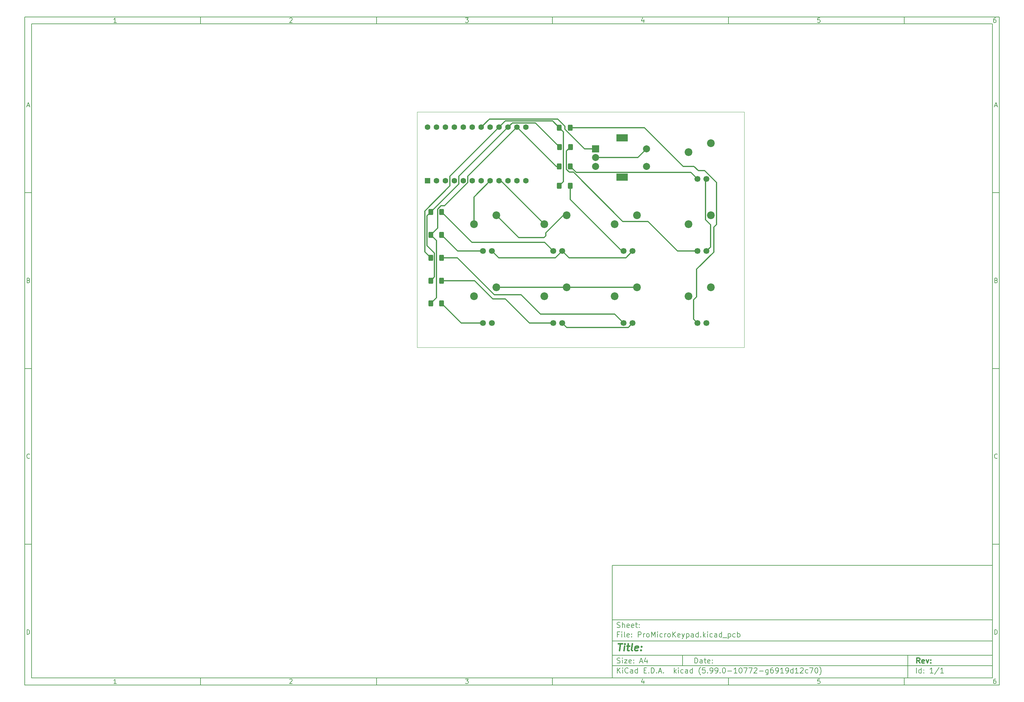
<source format=gbr>
%TF.GenerationSoftware,KiCad,Pcbnew,(5.99.0-10772-g6919d12c70)*%
%TF.CreationDate,2021-08-04T17:24:59+12:00*%
%TF.ProjectId,ProMicroKeypad,50726f4d-6963-4726-9f4b-65797061642e,rev?*%
%TF.SameCoordinates,Original*%
%TF.FileFunction,Copper,L1,Top*%
%TF.FilePolarity,Positive*%
%FSLAX46Y46*%
G04 Gerber Fmt 4.6, Leading zero omitted, Abs format (unit mm)*
G04 Created by KiCad (PCBNEW (5.99.0-10772-g6919d12c70)) date 2021-08-04 17:24:59*
%MOMM*%
%LPD*%
G01*
G04 APERTURE LIST*
G04 Aperture macros list*
%AMRoundRect*
0 Rectangle with rounded corners*
0 $1 Rounding radius*
0 $2 $3 $4 $5 $6 $7 $8 $9 X,Y pos of 4 corners*
0 Add a 4 corners polygon primitive as box body*
4,1,4,$2,$3,$4,$5,$6,$7,$8,$9,$2,$3,0*
0 Add four circle primitives for the rounded corners*
1,1,$1+$1,$2,$3*
1,1,$1+$1,$4,$5*
1,1,$1+$1,$6,$7*
1,1,$1+$1,$8,$9*
0 Add four rect primitives between the rounded corners*
20,1,$1+$1,$2,$3,$4,$5,0*
20,1,$1+$1,$4,$5,$6,$7,0*
20,1,$1+$1,$6,$7,$8,$9,0*
20,1,$1+$1,$8,$9,$2,$3,0*%
G04 Aperture macros list end*
%ADD10C,0.100000*%
%ADD11C,0.150000*%
%ADD12C,0.300000*%
%ADD13C,0.400000*%
%TA.AperFunction,Profile*%
%ADD14C,0.100000*%
%TD*%
%TA.AperFunction,ComponentPad*%
%ADD15C,2.200000*%
%TD*%
%TA.AperFunction,ComponentPad*%
%ADD16C,1.690600*%
%TD*%
%TA.AperFunction,SMDPad,CuDef*%
%ADD17RoundRect,0.250000X-0.400000X-0.625000X0.400000X-0.625000X0.400000X0.625000X-0.400000X0.625000X0*%
%TD*%
%TA.AperFunction,ComponentPad*%
%ADD18R,1.600000X1.600000*%
%TD*%
%TA.AperFunction,ComponentPad*%
%ADD19C,1.600000*%
%TD*%
%TA.AperFunction,ComponentPad*%
%ADD20R,2.000000X2.000000*%
%TD*%
%TA.AperFunction,ComponentPad*%
%ADD21C,2.000000*%
%TD*%
%TA.AperFunction,ComponentPad*%
%ADD22R,3.200000X2.000000*%
%TD*%
%TA.AperFunction,Conductor*%
%ADD23C,0.300000*%
%TD*%
G04 APERTURE END LIST*
D10*
D11*
X177002200Y-166007200D02*
X177002200Y-198007200D01*
X285002200Y-198007200D01*
X285002200Y-166007200D01*
X177002200Y-166007200D01*
D10*
D11*
X10000000Y-10000000D02*
X10000000Y-200007200D01*
X287002200Y-200007200D01*
X287002200Y-10000000D01*
X10000000Y-10000000D01*
D10*
D11*
X12000000Y-12000000D02*
X12000000Y-198007200D01*
X285002200Y-198007200D01*
X285002200Y-12000000D01*
X12000000Y-12000000D01*
D10*
D11*
X60000000Y-12000000D02*
X60000000Y-10000000D01*
D10*
D11*
X110000000Y-12000000D02*
X110000000Y-10000000D01*
D10*
D11*
X160000000Y-12000000D02*
X160000000Y-10000000D01*
D10*
D11*
X210000000Y-12000000D02*
X210000000Y-10000000D01*
D10*
D11*
X260000000Y-12000000D02*
X260000000Y-10000000D01*
D10*
D11*
X36065476Y-11588095D02*
X35322619Y-11588095D01*
X35694047Y-11588095D02*
X35694047Y-10288095D01*
X35570238Y-10473809D01*
X35446428Y-10597619D01*
X35322619Y-10659523D01*
D10*
D11*
X85322619Y-10411904D02*
X85384523Y-10350000D01*
X85508333Y-10288095D01*
X85817857Y-10288095D01*
X85941666Y-10350000D01*
X86003571Y-10411904D01*
X86065476Y-10535714D01*
X86065476Y-10659523D01*
X86003571Y-10845238D01*
X85260714Y-11588095D01*
X86065476Y-11588095D01*
D10*
D11*
X135260714Y-10288095D02*
X136065476Y-10288095D01*
X135632142Y-10783333D01*
X135817857Y-10783333D01*
X135941666Y-10845238D01*
X136003571Y-10907142D01*
X136065476Y-11030952D01*
X136065476Y-11340476D01*
X136003571Y-11464285D01*
X135941666Y-11526190D01*
X135817857Y-11588095D01*
X135446428Y-11588095D01*
X135322619Y-11526190D01*
X135260714Y-11464285D01*
D10*
D11*
X185941666Y-10721428D02*
X185941666Y-11588095D01*
X185632142Y-10226190D02*
X185322619Y-11154761D01*
X186127380Y-11154761D01*
D10*
D11*
X236003571Y-10288095D02*
X235384523Y-10288095D01*
X235322619Y-10907142D01*
X235384523Y-10845238D01*
X235508333Y-10783333D01*
X235817857Y-10783333D01*
X235941666Y-10845238D01*
X236003571Y-10907142D01*
X236065476Y-11030952D01*
X236065476Y-11340476D01*
X236003571Y-11464285D01*
X235941666Y-11526190D01*
X235817857Y-11588095D01*
X235508333Y-11588095D01*
X235384523Y-11526190D01*
X235322619Y-11464285D01*
D10*
D11*
X285941666Y-10288095D02*
X285694047Y-10288095D01*
X285570238Y-10350000D01*
X285508333Y-10411904D01*
X285384523Y-10597619D01*
X285322619Y-10845238D01*
X285322619Y-11340476D01*
X285384523Y-11464285D01*
X285446428Y-11526190D01*
X285570238Y-11588095D01*
X285817857Y-11588095D01*
X285941666Y-11526190D01*
X286003571Y-11464285D01*
X286065476Y-11340476D01*
X286065476Y-11030952D01*
X286003571Y-10907142D01*
X285941666Y-10845238D01*
X285817857Y-10783333D01*
X285570238Y-10783333D01*
X285446428Y-10845238D01*
X285384523Y-10907142D01*
X285322619Y-11030952D01*
D10*
D11*
X60000000Y-198007200D02*
X60000000Y-200007200D01*
D10*
D11*
X110000000Y-198007200D02*
X110000000Y-200007200D01*
D10*
D11*
X160000000Y-198007200D02*
X160000000Y-200007200D01*
D10*
D11*
X210000000Y-198007200D02*
X210000000Y-200007200D01*
D10*
D11*
X260000000Y-198007200D02*
X260000000Y-200007200D01*
D10*
D11*
X36065476Y-199595295D02*
X35322619Y-199595295D01*
X35694047Y-199595295D02*
X35694047Y-198295295D01*
X35570238Y-198481009D01*
X35446428Y-198604819D01*
X35322619Y-198666723D01*
D10*
D11*
X85322619Y-198419104D02*
X85384523Y-198357200D01*
X85508333Y-198295295D01*
X85817857Y-198295295D01*
X85941666Y-198357200D01*
X86003571Y-198419104D01*
X86065476Y-198542914D01*
X86065476Y-198666723D01*
X86003571Y-198852438D01*
X85260714Y-199595295D01*
X86065476Y-199595295D01*
D10*
D11*
X135260714Y-198295295D02*
X136065476Y-198295295D01*
X135632142Y-198790533D01*
X135817857Y-198790533D01*
X135941666Y-198852438D01*
X136003571Y-198914342D01*
X136065476Y-199038152D01*
X136065476Y-199347676D01*
X136003571Y-199471485D01*
X135941666Y-199533390D01*
X135817857Y-199595295D01*
X135446428Y-199595295D01*
X135322619Y-199533390D01*
X135260714Y-199471485D01*
D10*
D11*
X185941666Y-198728628D02*
X185941666Y-199595295D01*
X185632142Y-198233390D02*
X185322619Y-199161961D01*
X186127380Y-199161961D01*
D10*
D11*
X236003571Y-198295295D02*
X235384523Y-198295295D01*
X235322619Y-198914342D01*
X235384523Y-198852438D01*
X235508333Y-198790533D01*
X235817857Y-198790533D01*
X235941666Y-198852438D01*
X236003571Y-198914342D01*
X236065476Y-199038152D01*
X236065476Y-199347676D01*
X236003571Y-199471485D01*
X235941666Y-199533390D01*
X235817857Y-199595295D01*
X235508333Y-199595295D01*
X235384523Y-199533390D01*
X235322619Y-199471485D01*
D10*
D11*
X285941666Y-198295295D02*
X285694047Y-198295295D01*
X285570238Y-198357200D01*
X285508333Y-198419104D01*
X285384523Y-198604819D01*
X285322619Y-198852438D01*
X285322619Y-199347676D01*
X285384523Y-199471485D01*
X285446428Y-199533390D01*
X285570238Y-199595295D01*
X285817857Y-199595295D01*
X285941666Y-199533390D01*
X286003571Y-199471485D01*
X286065476Y-199347676D01*
X286065476Y-199038152D01*
X286003571Y-198914342D01*
X285941666Y-198852438D01*
X285817857Y-198790533D01*
X285570238Y-198790533D01*
X285446428Y-198852438D01*
X285384523Y-198914342D01*
X285322619Y-199038152D01*
D10*
D11*
X10000000Y-60000000D02*
X12000000Y-60000000D01*
D10*
D11*
X10000000Y-110000000D02*
X12000000Y-110000000D01*
D10*
D11*
X10000000Y-160000000D02*
X12000000Y-160000000D01*
D10*
D11*
X10690476Y-35216666D02*
X11309523Y-35216666D01*
X10566666Y-35588095D02*
X11000000Y-34288095D01*
X11433333Y-35588095D01*
D10*
D11*
X11092857Y-84907142D02*
X11278571Y-84969047D01*
X11340476Y-85030952D01*
X11402380Y-85154761D01*
X11402380Y-85340476D01*
X11340476Y-85464285D01*
X11278571Y-85526190D01*
X11154761Y-85588095D01*
X10659523Y-85588095D01*
X10659523Y-84288095D01*
X11092857Y-84288095D01*
X11216666Y-84350000D01*
X11278571Y-84411904D01*
X11340476Y-84535714D01*
X11340476Y-84659523D01*
X11278571Y-84783333D01*
X11216666Y-84845238D01*
X11092857Y-84907142D01*
X10659523Y-84907142D01*
D10*
D11*
X11402380Y-135464285D02*
X11340476Y-135526190D01*
X11154761Y-135588095D01*
X11030952Y-135588095D01*
X10845238Y-135526190D01*
X10721428Y-135402380D01*
X10659523Y-135278571D01*
X10597619Y-135030952D01*
X10597619Y-134845238D01*
X10659523Y-134597619D01*
X10721428Y-134473809D01*
X10845238Y-134350000D01*
X11030952Y-134288095D01*
X11154761Y-134288095D01*
X11340476Y-134350000D01*
X11402380Y-134411904D01*
D10*
D11*
X10659523Y-185588095D02*
X10659523Y-184288095D01*
X10969047Y-184288095D01*
X11154761Y-184350000D01*
X11278571Y-184473809D01*
X11340476Y-184597619D01*
X11402380Y-184845238D01*
X11402380Y-185030952D01*
X11340476Y-185278571D01*
X11278571Y-185402380D01*
X11154761Y-185526190D01*
X10969047Y-185588095D01*
X10659523Y-185588095D01*
D10*
D11*
X287002200Y-60000000D02*
X285002200Y-60000000D01*
D10*
D11*
X287002200Y-110000000D02*
X285002200Y-110000000D01*
D10*
D11*
X287002200Y-160000000D02*
X285002200Y-160000000D01*
D10*
D11*
X285692676Y-35216666D02*
X286311723Y-35216666D01*
X285568866Y-35588095D02*
X286002200Y-34288095D01*
X286435533Y-35588095D01*
D10*
D11*
X286095057Y-84907142D02*
X286280771Y-84969047D01*
X286342676Y-85030952D01*
X286404580Y-85154761D01*
X286404580Y-85340476D01*
X286342676Y-85464285D01*
X286280771Y-85526190D01*
X286156961Y-85588095D01*
X285661723Y-85588095D01*
X285661723Y-84288095D01*
X286095057Y-84288095D01*
X286218866Y-84350000D01*
X286280771Y-84411904D01*
X286342676Y-84535714D01*
X286342676Y-84659523D01*
X286280771Y-84783333D01*
X286218866Y-84845238D01*
X286095057Y-84907142D01*
X285661723Y-84907142D01*
D10*
D11*
X286404580Y-135464285D02*
X286342676Y-135526190D01*
X286156961Y-135588095D01*
X286033152Y-135588095D01*
X285847438Y-135526190D01*
X285723628Y-135402380D01*
X285661723Y-135278571D01*
X285599819Y-135030952D01*
X285599819Y-134845238D01*
X285661723Y-134597619D01*
X285723628Y-134473809D01*
X285847438Y-134350000D01*
X286033152Y-134288095D01*
X286156961Y-134288095D01*
X286342676Y-134350000D01*
X286404580Y-134411904D01*
D10*
D11*
X285661723Y-185588095D02*
X285661723Y-184288095D01*
X285971247Y-184288095D01*
X286156961Y-184350000D01*
X286280771Y-184473809D01*
X286342676Y-184597619D01*
X286404580Y-184845238D01*
X286404580Y-185030952D01*
X286342676Y-185278571D01*
X286280771Y-185402380D01*
X286156961Y-185526190D01*
X285971247Y-185588095D01*
X285661723Y-185588095D01*
D10*
D11*
X200434342Y-193785771D02*
X200434342Y-192285771D01*
X200791485Y-192285771D01*
X201005771Y-192357200D01*
X201148628Y-192500057D01*
X201220057Y-192642914D01*
X201291485Y-192928628D01*
X201291485Y-193142914D01*
X201220057Y-193428628D01*
X201148628Y-193571485D01*
X201005771Y-193714342D01*
X200791485Y-193785771D01*
X200434342Y-193785771D01*
X202577200Y-193785771D02*
X202577200Y-193000057D01*
X202505771Y-192857200D01*
X202362914Y-192785771D01*
X202077200Y-192785771D01*
X201934342Y-192857200D01*
X202577200Y-193714342D02*
X202434342Y-193785771D01*
X202077200Y-193785771D01*
X201934342Y-193714342D01*
X201862914Y-193571485D01*
X201862914Y-193428628D01*
X201934342Y-193285771D01*
X202077200Y-193214342D01*
X202434342Y-193214342D01*
X202577200Y-193142914D01*
X203077200Y-192785771D02*
X203648628Y-192785771D01*
X203291485Y-192285771D02*
X203291485Y-193571485D01*
X203362914Y-193714342D01*
X203505771Y-193785771D01*
X203648628Y-193785771D01*
X204720057Y-193714342D02*
X204577200Y-193785771D01*
X204291485Y-193785771D01*
X204148628Y-193714342D01*
X204077200Y-193571485D01*
X204077200Y-193000057D01*
X204148628Y-192857200D01*
X204291485Y-192785771D01*
X204577200Y-192785771D01*
X204720057Y-192857200D01*
X204791485Y-193000057D01*
X204791485Y-193142914D01*
X204077200Y-193285771D01*
X205434342Y-193642914D02*
X205505771Y-193714342D01*
X205434342Y-193785771D01*
X205362914Y-193714342D01*
X205434342Y-193642914D01*
X205434342Y-193785771D01*
X205434342Y-192857200D02*
X205505771Y-192928628D01*
X205434342Y-193000057D01*
X205362914Y-192928628D01*
X205434342Y-192857200D01*
X205434342Y-193000057D01*
D10*
D11*
X177002200Y-194507200D02*
X285002200Y-194507200D01*
D10*
D11*
X178434342Y-196585771D02*
X178434342Y-195085771D01*
X179291485Y-196585771D02*
X178648628Y-195728628D01*
X179291485Y-195085771D02*
X178434342Y-195942914D01*
X179934342Y-196585771D02*
X179934342Y-195585771D01*
X179934342Y-195085771D02*
X179862914Y-195157200D01*
X179934342Y-195228628D01*
X180005771Y-195157200D01*
X179934342Y-195085771D01*
X179934342Y-195228628D01*
X181505771Y-196442914D02*
X181434342Y-196514342D01*
X181220057Y-196585771D01*
X181077200Y-196585771D01*
X180862914Y-196514342D01*
X180720057Y-196371485D01*
X180648628Y-196228628D01*
X180577200Y-195942914D01*
X180577200Y-195728628D01*
X180648628Y-195442914D01*
X180720057Y-195300057D01*
X180862914Y-195157200D01*
X181077200Y-195085771D01*
X181220057Y-195085771D01*
X181434342Y-195157200D01*
X181505771Y-195228628D01*
X182791485Y-196585771D02*
X182791485Y-195800057D01*
X182720057Y-195657200D01*
X182577200Y-195585771D01*
X182291485Y-195585771D01*
X182148628Y-195657200D01*
X182791485Y-196514342D02*
X182648628Y-196585771D01*
X182291485Y-196585771D01*
X182148628Y-196514342D01*
X182077200Y-196371485D01*
X182077200Y-196228628D01*
X182148628Y-196085771D01*
X182291485Y-196014342D01*
X182648628Y-196014342D01*
X182791485Y-195942914D01*
X184148628Y-196585771D02*
X184148628Y-195085771D01*
X184148628Y-196514342D02*
X184005771Y-196585771D01*
X183720057Y-196585771D01*
X183577200Y-196514342D01*
X183505771Y-196442914D01*
X183434342Y-196300057D01*
X183434342Y-195871485D01*
X183505771Y-195728628D01*
X183577200Y-195657200D01*
X183720057Y-195585771D01*
X184005771Y-195585771D01*
X184148628Y-195657200D01*
X186005771Y-195800057D02*
X186505771Y-195800057D01*
X186720057Y-196585771D02*
X186005771Y-196585771D01*
X186005771Y-195085771D01*
X186720057Y-195085771D01*
X187362914Y-196442914D02*
X187434342Y-196514342D01*
X187362914Y-196585771D01*
X187291485Y-196514342D01*
X187362914Y-196442914D01*
X187362914Y-196585771D01*
X188077200Y-196585771D02*
X188077200Y-195085771D01*
X188434342Y-195085771D01*
X188648628Y-195157200D01*
X188791485Y-195300057D01*
X188862914Y-195442914D01*
X188934342Y-195728628D01*
X188934342Y-195942914D01*
X188862914Y-196228628D01*
X188791485Y-196371485D01*
X188648628Y-196514342D01*
X188434342Y-196585771D01*
X188077200Y-196585771D01*
X189577200Y-196442914D02*
X189648628Y-196514342D01*
X189577200Y-196585771D01*
X189505771Y-196514342D01*
X189577200Y-196442914D01*
X189577200Y-196585771D01*
X190220057Y-196157200D02*
X190934342Y-196157200D01*
X190077200Y-196585771D02*
X190577200Y-195085771D01*
X191077200Y-196585771D01*
X191577200Y-196442914D02*
X191648628Y-196514342D01*
X191577200Y-196585771D01*
X191505771Y-196514342D01*
X191577200Y-196442914D01*
X191577200Y-196585771D01*
X194577200Y-196585771D02*
X194577200Y-195085771D01*
X194720057Y-196014342D02*
X195148628Y-196585771D01*
X195148628Y-195585771D02*
X194577200Y-196157200D01*
X195791485Y-196585771D02*
X195791485Y-195585771D01*
X195791485Y-195085771D02*
X195720057Y-195157200D01*
X195791485Y-195228628D01*
X195862914Y-195157200D01*
X195791485Y-195085771D01*
X195791485Y-195228628D01*
X197148628Y-196514342D02*
X197005771Y-196585771D01*
X196720057Y-196585771D01*
X196577200Y-196514342D01*
X196505771Y-196442914D01*
X196434342Y-196300057D01*
X196434342Y-195871485D01*
X196505771Y-195728628D01*
X196577200Y-195657200D01*
X196720057Y-195585771D01*
X197005771Y-195585771D01*
X197148628Y-195657200D01*
X198434342Y-196585771D02*
X198434342Y-195800057D01*
X198362914Y-195657200D01*
X198220057Y-195585771D01*
X197934342Y-195585771D01*
X197791485Y-195657200D01*
X198434342Y-196514342D02*
X198291485Y-196585771D01*
X197934342Y-196585771D01*
X197791485Y-196514342D01*
X197720057Y-196371485D01*
X197720057Y-196228628D01*
X197791485Y-196085771D01*
X197934342Y-196014342D01*
X198291485Y-196014342D01*
X198434342Y-195942914D01*
X199791485Y-196585771D02*
X199791485Y-195085771D01*
X199791485Y-196514342D02*
X199648628Y-196585771D01*
X199362914Y-196585771D01*
X199220057Y-196514342D01*
X199148628Y-196442914D01*
X199077200Y-196300057D01*
X199077200Y-195871485D01*
X199148628Y-195728628D01*
X199220057Y-195657200D01*
X199362914Y-195585771D01*
X199648628Y-195585771D01*
X199791485Y-195657200D01*
X202077200Y-197157200D02*
X202005771Y-197085771D01*
X201862914Y-196871485D01*
X201791485Y-196728628D01*
X201720057Y-196514342D01*
X201648628Y-196157200D01*
X201648628Y-195871485D01*
X201720057Y-195514342D01*
X201791485Y-195300057D01*
X201862914Y-195157200D01*
X202005771Y-194942914D01*
X202077200Y-194871485D01*
X203362914Y-195085771D02*
X202648628Y-195085771D01*
X202577200Y-195800057D01*
X202648628Y-195728628D01*
X202791485Y-195657200D01*
X203148628Y-195657200D01*
X203291485Y-195728628D01*
X203362914Y-195800057D01*
X203434342Y-195942914D01*
X203434342Y-196300057D01*
X203362914Y-196442914D01*
X203291485Y-196514342D01*
X203148628Y-196585771D01*
X202791485Y-196585771D01*
X202648628Y-196514342D01*
X202577200Y-196442914D01*
X204077200Y-196442914D02*
X204148628Y-196514342D01*
X204077200Y-196585771D01*
X204005771Y-196514342D01*
X204077200Y-196442914D01*
X204077200Y-196585771D01*
X204862914Y-196585771D02*
X205148628Y-196585771D01*
X205291485Y-196514342D01*
X205362914Y-196442914D01*
X205505771Y-196228628D01*
X205577200Y-195942914D01*
X205577200Y-195371485D01*
X205505771Y-195228628D01*
X205434342Y-195157200D01*
X205291485Y-195085771D01*
X205005771Y-195085771D01*
X204862914Y-195157200D01*
X204791485Y-195228628D01*
X204720057Y-195371485D01*
X204720057Y-195728628D01*
X204791485Y-195871485D01*
X204862914Y-195942914D01*
X205005771Y-196014342D01*
X205291485Y-196014342D01*
X205434342Y-195942914D01*
X205505771Y-195871485D01*
X205577200Y-195728628D01*
X206291485Y-196585771D02*
X206577200Y-196585771D01*
X206720057Y-196514342D01*
X206791485Y-196442914D01*
X206934342Y-196228628D01*
X207005771Y-195942914D01*
X207005771Y-195371485D01*
X206934342Y-195228628D01*
X206862914Y-195157200D01*
X206720057Y-195085771D01*
X206434342Y-195085771D01*
X206291485Y-195157200D01*
X206220057Y-195228628D01*
X206148628Y-195371485D01*
X206148628Y-195728628D01*
X206220057Y-195871485D01*
X206291485Y-195942914D01*
X206434342Y-196014342D01*
X206720057Y-196014342D01*
X206862914Y-195942914D01*
X206934342Y-195871485D01*
X207005771Y-195728628D01*
X207648628Y-196442914D02*
X207720057Y-196514342D01*
X207648628Y-196585771D01*
X207577200Y-196514342D01*
X207648628Y-196442914D01*
X207648628Y-196585771D01*
X208648628Y-195085771D02*
X208791485Y-195085771D01*
X208934342Y-195157200D01*
X209005771Y-195228628D01*
X209077200Y-195371485D01*
X209148628Y-195657200D01*
X209148628Y-196014342D01*
X209077200Y-196300057D01*
X209005771Y-196442914D01*
X208934342Y-196514342D01*
X208791485Y-196585771D01*
X208648628Y-196585771D01*
X208505771Y-196514342D01*
X208434342Y-196442914D01*
X208362914Y-196300057D01*
X208291485Y-196014342D01*
X208291485Y-195657200D01*
X208362914Y-195371485D01*
X208434342Y-195228628D01*
X208505771Y-195157200D01*
X208648628Y-195085771D01*
X209791485Y-196014342D02*
X210934342Y-196014342D01*
X212434342Y-196585771D02*
X211577200Y-196585771D01*
X212005771Y-196585771D02*
X212005771Y-195085771D01*
X211862914Y-195300057D01*
X211720057Y-195442914D01*
X211577200Y-195514342D01*
X213362914Y-195085771D02*
X213505771Y-195085771D01*
X213648628Y-195157200D01*
X213720057Y-195228628D01*
X213791485Y-195371485D01*
X213862914Y-195657200D01*
X213862914Y-196014342D01*
X213791485Y-196300057D01*
X213720057Y-196442914D01*
X213648628Y-196514342D01*
X213505771Y-196585771D01*
X213362914Y-196585771D01*
X213220057Y-196514342D01*
X213148628Y-196442914D01*
X213077200Y-196300057D01*
X213005771Y-196014342D01*
X213005771Y-195657200D01*
X213077200Y-195371485D01*
X213148628Y-195228628D01*
X213220057Y-195157200D01*
X213362914Y-195085771D01*
X214362914Y-195085771D02*
X215362914Y-195085771D01*
X214720057Y-196585771D01*
X215791485Y-195085771D02*
X216791485Y-195085771D01*
X216148628Y-196585771D01*
X217291485Y-195228628D02*
X217362914Y-195157200D01*
X217505771Y-195085771D01*
X217862914Y-195085771D01*
X218005771Y-195157200D01*
X218077200Y-195228628D01*
X218148628Y-195371485D01*
X218148628Y-195514342D01*
X218077200Y-195728628D01*
X217220057Y-196585771D01*
X218148628Y-196585771D01*
X218791485Y-196014342D02*
X219934342Y-196014342D01*
X221291485Y-195585771D02*
X221291485Y-196800057D01*
X221220057Y-196942914D01*
X221148628Y-197014342D01*
X221005771Y-197085771D01*
X220791485Y-197085771D01*
X220648628Y-197014342D01*
X221291485Y-196514342D02*
X221148628Y-196585771D01*
X220862914Y-196585771D01*
X220720057Y-196514342D01*
X220648628Y-196442914D01*
X220577200Y-196300057D01*
X220577200Y-195871485D01*
X220648628Y-195728628D01*
X220720057Y-195657200D01*
X220862914Y-195585771D01*
X221148628Y-195585771D01*
X221291485Y-195657200D01*
X222648628Y-195085771D02*
X222362914Y-195085771D01*
X222220057Y-195157200D01*
X222148628Y-195228628D01*
X222005771Y-195442914D01*
X221934342Y-195728628D01*
X221934342Y-196300057D01*
X222005771Y-196442914D01*
X222077200Y-196514342D01*
X222220057Y-196585771D01*
X222505771Y-196585771D01*
X222648628Y-196514342D01*
X222720057Y-196442914D01*
X222791485Y-196300057D01*
X222791485Y-195942914D01*
X222720057Y-195800057D01*
X222648628Y-195728628D01*
X222505771Y-195657200D01*
X222220057Y-195657200D01*
X222077200Y-195728628D01*
X222005771Y-195800057D01*
X221934342Y-195942914D01*
X223505771Y-196585771D02*
X223791485Y-196585771D01*
X223934342Y-196514342D01*
X224005771Y-196442914D01*
X224148628Y-196228628D01*
X224220057Y-195942914D01*
X224220057Y-195371485D01*
X224148628Y-195228628D01*
X224077200Y-195157200D01*
X223934342Y-195085771D01*
X223648628Y-195085771D01*
X223505771Y-195157200D01*
X223434342Y-195228628D01*
X223362914Y-195371485D01*
X223362914Y-195728628D01*
X223434342Y-195871485D01*
X223505771Y-195942914D01*
X223648628Y-196014342D01*
X223934342Y-196014342D01*
X224077200Y-195942914D01*
X224148628Y-195871485D01*
X224220057Y-195728628D01*
X225648628Y-196585771D02*
X224791485Y-196585771D01*
X225220057Y-196585771D02*
X225220057Y-195085771D01*
X225077200Y-195300057D01*
X224934342Y-195442914D01*
X224791485Y-195514342D01*
X226362914Y-196585771D02*
X226648628Y-196585771D01*
X226791485Y-196514342D01*
X226862914Y-196442914D01*
X227005771Y-196228628D01*
X227077199Y-195942914D01*
X227077199Y-195371485D01*
X227005771Y-195228628D01*
X226934342Y-195157200D01*
X226791485Y-195085771D01*
X226505771Y-195085771D01*
X226362914Y-195157200D01*
X226291485Y-195228628D01*
X226220057Y-195371485D01*
X226220057Y-195728628D01*
X226291485Y-195871485D01*
X226362914Y-195942914D01*
X226505771Y-196014342D01*
X226791485Y-196014342D01*
X226934342Y-195942914D01*
X227005771Y-195871485D01*
X227077199Y-195728628D01*
X228362914Y-196585771D02*
X228362914Y-195085771D01*
X228362914Y-196514342D02*
X228220057Y-196585771D01*
X227934342Y-196585771D01*
X227791485Y-196514342D01*
X227720057Y-196442914D01*
X227648628Y-196300057D01*
X227648628Y-195871485D01*
X227720057Y-195728628D01*
X227791485Y-195657200D01*
X227934342Y-195585771D01*
X228220057Y-195585771D01*
X228362914Y-195657200D01*
X229862914Y-196585771D02*
X229005771Y-196585771D01*
X229434342Y-196585771D02*
X229434342Y-195085771D01*
X229291485Y-195300057D01*
X229148628Y-195442914D01*
X229005771Y-195514342D01*
X230434342Y-195228628D02*
X230505771Y-195157200D01*
X230648628Y-195085771D01*
X231005771Y-195085771D01*
X231148628Y-195157200D01*
X231220057Y-195228628D01*
X231291485Y-195371485D01*
X231291485Y-195514342D01*
X231220057Y-195728628D01*
X230362914Y-196585771D01*
X231291485Y-196585771D01*
X232577199Y-196514342D02*
X232434342Y-196585771D01*
X232148628Y-196585771D01*
X232005771Y-196514342D01*
X231934342Y-196442914D01*
X231862914Y-196300057D01*
X231862914Y-195871485D01*
X231934342Y-195728628D01*
X232005771Y-195657200D01*
X232148628Y-195585771D01*
X232434342Y-195585771D01*
X232577199Y-195657200D01*
X233077199Y-195085771D02*
X234077199Y-195085771D01*
X233434342Y-196585771D01*
X234934342Y-195085771D02*
X235077199Y-195085771D01*
X235220057Y-195157200D01*
X235291485Y-195228628D01*
X235362914Y-195371485D01*
X235434342Y-195657200D01*
X235434342Y-196014342D01*
X235362914Y-196300057D01*
X235291485Y-196442914D01*
X235220057Y-196514342D01*
X235077199Y-196585771D01*
X234934342Y-196585771D01*
X234791485Y-196514342D01*
X234720057Y-196442914D01*
X234648628Y-196300057D01*
X234577199Y-196014342D01*
X234577199Y-195657200D01*
X234648628Y-195371485D01*
X234720057Y-195228628D01*
X234791485Y-195157200D01*
X234934342Y-195085771D01*
X235934342Y-197157200D02*
X236005771Y-197085771D01*
X236148628Y-196871485D01*
X236220057Y-196728628D01*
X236291485Y-196514342D01*
X236362914Y-196157200D01*
X236362914Y-195871485D01*
X236291485Y-195514342D01*
X236220057Y-195300057D01*
X236148628Y-195157200D01*
X236005771Y-194942914D01*
X235934342Y-194871485D01*
D10*
D11*
X177002200Y-191507200D02*
X285002200Y-191507200D01*
D10*
D12*
X264411485Y-193785771D02*
X263911485Y-193071485D01*
X263554342Y-193785771D02*
X263554342Y-192285771D01*
X264125771Y-192285771D01*
X264268628Y-192357200D01*
X264340057Y-192428628D01*
X264411485Y-192571485D01*
X264411485Y-192785771D01*
X264340057Y-192928628D01*
X264268628Y-193000057D01*
X264125771Y-193071485D01*
X263554342Y-193071485D01*
X265625771Y-193714342D02*
X265482914Y-193785771D01*
X265197200Y-193785771D01*
X265054342Y-193714342D01*
X264982914Y-193571485D01*
X264982914Y-193000057D01*
X265054342Y-192857200D01*
X265197200Y-192785771D01*
X265482914Y-192785771D01*
X265625771Y-192857200D01*
X265697200Y-193000057D01*
X265697200Y-193142914D01*
X264982914Y-193285771D01*
X266197200Y-192785771D02*
X266554342Y-193785771D01*
X266911485Y-192785771D01*
X267482914Y-193642914D02*
X267554342Y-193714342D01*
X267482914Y-193785771D01*
X267411485Y-193714342D01*
X267482914Y-193642914D01*
X267482914Y-193785771D01*
X267482914Y-192857200D02*
X267554342Y-192928628D01*
X267482914Y-193000057D01*
X267411485Y-192928628D01*
X267482914Y-192857200D01*
X267482914Y-193000057D01*
D10*
D11*
X178362914Y-193714342D02*
X178577200Y-193785771D01*
X178934342Y-193785771D01*
X179077200Y-193714342D01*
X179148628Y-193642914D01*
X179220057Y-193500057D01*
X179220057Y-193357200D01*
X179148628Y-193214342D01*
X179077200Y-193142914D01*
X178934342Y-193071485D01*
X178648628Y-193000057D01*
X178505771Y-192928628D01*
X178434342Y-192857200D01*
X178362914Y-192714342D01*
X178362914Y-192571485D01*
X178434342Y-192428628D01*
X178505771Y-192357200D01*
X178648628Y-192285771D01*
X179005771Y-192285771D01*
X179220057Y-192357200D01*
X179862914Y-193785771D02*
X179862914Y-192785771D01*
X179862914Y-192285771D02*
X179791485Y-192357200D01*
X179862914Y-192428628D01*
X179934342Y-192357200D01*
X179862914Y-192285771D01*
X179862914Y-192428628D01*
X180434342Y-192785771D02*
X181220057Y-192785771D01*
X180434342Y-193785771D01*
X181220057Y-193785771D01*
X182362914Y-193714342D02*
X182220057Y-193785771D01*
X181934342Y-193785771D01*
X181791485Y-193714342D01*
X181720057Y-193571485D01*
X181720057Y-193000057D01*
X181791485Y-192857200D01*
X181934342Y-192785771D01*
X182220057Y-192785771D01*
X182362914Y-192857200D01*
X182434342Y-193000057D01*
X182434342Y-193142914D01*
X181720057Y-193285771D01*
X183077200Y-193642914D02*
X183148628Y-193714342D01*
X183077200Y-193785771D01*
X183005771Y-193714342D01*
X183077200Y-193642914D01*
X183077200Y-193785771D01*
X183077200Y-192857200D02*
X183148628Y-192928628D01*
X183077200Y-193000057D01*
X183005771Y-192928628D01*
X183077200Y-192857200D01*
X183077200Y-193000057D01*
X184862914Y-193357200D02*
X185577200Y-193357200D01*
X184720057Y-193785771D02*
X185220057Y-192285771D01*
X185720057Y-193785771D01*
X186862914Y-192785771D02*
X186862914Y-193785771D01*
X186505771Y-192214342D02*
X186148628Y-193285771D01*
X187077200Y-193285771D01*
D10*
D11*
X263434342Y-196585771D02*
X263434342Y-195085771D01*
X264791485Y-196585771D02*
X264791485Y-195085771D01*
X264791485Y-196514342D02*
X264648628Y-196585771D01*
X264362914Y-196585771D01*
X264220057Y-196514342D01*
X264148628Y-196442914D01*
X264077200Y-196300057D01*
X264077200Y-195871485D01*
X264148628Y-195728628D01*
X264220057Y-195657200D01*
X264362914Y-195585771D01*
X264648628Y-195585771D01*
X264791485Y-195657200D01*
X265505771Y-196442914D02*
X265577200Y-196514342D01*
X265505771Y-196585771D01*
X265434342Y-196514342D01*
X265505771Y-196442914D01*
X265505771Y-196585771D01*
X265505771Y-195657200D02*
X265577200Y-195728628D01*
X265505771Y-195800057D01*
X265434342Y-195728628D01*
X265505771Y-195657200D01*
X265505771Y-195800057D01*
X268148628Y-196585771D02*
X267291485Y-196585771D01*
X267720057Y-196585771D02*
X267720057Y-195085771D01*
X267577200Y-195300057D01*
X267434342Y-195442914D01*
X267291485Y-195514342D01*
X269862914Y-195014342D02*
X268577200Y-196942914D01*
X271148628Y-196585771D02*
X270291485Y-196585771D01*
X270720057Y-196585771D02*
X270720057Y-195085771D01*
X270577200Y-195300057D01*
X270434342Y-195442914D01*
X270291485Y-195514342D01*
D10*
D11*
X177002200Y-187507200D02*
X285002200Y-187507200D01*
D10*
D13*
X178714580Y-188211961D02*
X179857438Y-188211961D01*
X179036009Y-190211961D02*
X179286009Y-188211961D01*
X180274104Y-190211961D02*
X180440771Y-188878628D01*
X180524104Y-188211961D02*
X180416961Y-188307200D01*
X180500295Y-188402438D01*
X180607438Y-188307200D01*
X180524104Y-188211961D01*
X180500295Y-188402438D01*
X181107438Y-188878628D02*
X181869342Y-188878628D01*
X181476485Y-188211961D02*
X181262200Y-189926247D01*
X181333628Y-190116723D01*
X181512200Y-190211961D01*
X181702676Y-190211961D01*
X182655057Y-190211961D02*
X182476485Y-190116723D01*
X182405057Y-189926247D01*
X182619342Y-188211961D01*
X184190771Y-190116723D02*
X183988390Y-190211961D01*
X183607438Y-190211961D01*
X183428866Y-190116723D01*
X183357438Y-189926247D01*
X183452676Y-189164342D01*
X183571723Y-188973866D01*
X183774104Y-188878628D01*
X184155057Y-188878628D01*
X184333628Y-188973866D01*
X184405057Y-189164342D01*
X184381247Y-189354819D01*
X183405057Y-189545295D01*
X185155057Y-190021485D02*
X185238390Y-190116723D01*
X185131247Y-190211961D01*
X185047914Y-190116723D01*
X185155057Y-190021485D01*
X185131247Y-190211961D01*
X185286009Y-188973866D02*
X185369342Y-189069104D01*
X185262200Y-189164342D01*
X185178866Y-189069104D01*
X185286009Y-188973866D01*
X185262200Y-189164342D01*
D10*
D11*
X178934342Y-185600057D02*
X178434342Y-185600057D01*
X178434342Y-186385771D02*
X178434342Y-184885771D01*
X179148628Y-184885771D01*
X179720057Y-186385771D02*
X179720057Y-185385771D01*
X179720057Y-184885771D02*
X179648628Y-184957200D01*
X179720057Y-185028628D01*
X179791485Y-184957200D01*
X179720057Y-184885771D01*
X179720057Y-185028628D01*
X180648628Y-186385771D02*
X180505771Y-186314342D01*
X180434342Y-186171485D01*
X180434342Y-184885771D01*
X181791485Y-186314342D02*
X181648628Y-186385771D01*
X181362914Y-186385771D01*
X181220057Y-186314342D01*
X181148628Y-186171485D01*
X181148628Y-185600057D01*
X181220057Y-185457200D01*
X181362914Y-185385771D01*
X181648628Y-185385771D01*
X181791485Y-185457200D01*
X181862914Y-185600057D01*
X181862914Y-185742914D01*
X181148628Y-185885771D01*
X182505771Y-186242914D02*
X182577200Y-186314342D01*
X182505771Y-186385771D01*
X182434342Y-186314342D01*
X182505771Y-186242914D01*
X182505771Y-186385771D01*
X182505771Y-185457200D02*
X182577200Y-185528628D01*
X182505771Y-185600057D01*
X182434342Y-185528628D01*
X182505771Y-185457200D01*
X182505771Y-185600057D01*
X184362914Y-186385771D02*
X184362914Y-184885771D01*
X184934342Y-184885771D01*
X185077200Y-184957200D01*
X185148628Y-185028628D01*
X185220057Y-185171485D01*
X185220057Y-185385771D01*
X185148628Y-185528628D01*
X185077200Y-185600057D01*
X184934342Y-185671485D01*
X184362914Y-185671485D01*
X185862914Y-186385771D02*
X185862914Y-185385771D01*
X185862914Y-185671485D02*
X185934342Y-185528628D01*
X186005771Y-185457200D01*
X186148628Y-185385771D01*
X186291485Y-185385771D01*
X187005771Y-186385771D02*
X186862914Y-186314342D01*
X186791485Y-186242914D01*
X186720057Y-186100057D01*
X186720057Y-185671485D01*
X186791485Y-185528628D01*
X186862914Y-185457200D01*
X187005771Y-185385771D01*
X187220057Y-185385771D01*
X187362914Y-185457200D01*
X187434342Y-185528628D01*
X187505771Y-185671485D01*
X187505771Y-186100057D01*
X187434342Y-186242914D01*
X187362914Y-186314342D01*
X187220057Y-186385771D01*
X187005771Y-186385771D01*
X188148628Y-186385771D02*
X188148628Y-184885771D01*
X188648628Y-185957200D01*
X189148628Y-184885771D01*
X189148628Y-186385771D01*
X189862914Y-186385771D02*
X189862914Y-185385771D01*
X189862914Y-184885771D02*
X189791485Y-184957200D01*
X189862914Y-185028628D01*
X189934342Y-184957200D01*
X189862914Y-184885771D01*
X189862914Y-185028628D01*
X191220057Y-186314342D02*
X191077200Y-186385771D01*
X190791485Y-186385771D01*
X190648628Y-186314342D01*
X190577200Y-186242914D01*
X190505771Y-186100057D01*
X190505771Y-185671485D01*
X190577200Y-185528628D01*
X190648628Y-185457200D01*
X190791485Y-185385771D01*
X191077200Y-185385771D01*
X191220057Y-185457200D01*
X191862914Y-186385771D02*
X191862914Y-185385771D01*
X191862914Y-185671485D02*
X191934342Y-185528628D01*
X192005771Y-185457200D01*
X192148628Y-185385771D01*
X192291485Y-185385771D01*
X193005771Y-186385771D02*
X192862914Y-186314342D01*
X192791485Y-186242914D01*
X192720057Y-186100057D01*
X192720057Y-185671485D01*
X192791485Y-185528628D01*
X192862914Y-185457200D01*
X193005771Y-185385771D01*
X193220057Y-185385771D01*
X193362914Y-185457200D01*
X193434342Y-185528628D01*
X193505771Y-185671485D01*
X193505771Y-186100057D01*
X193434342Y-186242914D01*
X193362914Y-186314342D01*
X193220057Y-186385771D01*
X193005771Y-186385771D01*
X194148628Y-186385771D02*
X194148628Y-184885771D01*
X195005771Y-186385771D02*
X194362914Y-185528628D01*
X195005771Y-184885771D02*
X194148628Y-185742914D01*
X196220057Y-186314342D02*
X196077200Y-186385771D01*
X195791485Y-186385771D01*
X195648628Y-186314342D01*
X195577200Y-186171485D01*
X195577200Y-185600057D01*
X195648628Y-185457200D01*
X195791485Y-185385771D01*
X196077200Y-185385771D01*
X196220057Y-185457200D01*
X196291485Y-185600057D01*
X196291485Y-185742914D01*
X195577200Y-185885771D01*
X196791485Y-185385771D02*
X197148628Y-186385771D01*
X197505771Y-185385771D02*
X197148628Y-186385771D01*
X197005771Y-186742914D01*
X196934342Y-186814342D01*
X196791485Y-186885771D01*
X198077200Y-185385771D02*
X198077200Y-186885771D01*
X198077200Y-185457200D02*
X198220057Y-185385771D01*
X198505771Y-185385771D01*
X198648628Y-185457200D01*
X198720057Y-185528628D01*
X198791485Y-185671485D01*
X198791485Y-186100057D01*
X198720057Y-186242914D01*
X198648628Y-186314342D01*
X198505771Y-186385771D01*
X198220057Y-186385771D01*
X198077200Y-186314342D01*
X200077200Y-186385771D02*
X200077200Y-185600057D01*
X200005771Y-185457200D01*
X199862914Y-185385771D01*
X199577200Y-185385771D01*
X199434342Y-185457200D01*
X200077200Y-186314342D02*
X199934342Y-186385771D01*
X199577200Y-186385771D01*
X199434342Y-186314342D01*
X199362914Y-186171485D01*
X199362914Y-186028628D01*
X199434342Y-185885771D01*
X199577200Y-185814342D01*
X199934342Y-185814342D01*
X200077200Y-185742914D01*
X201434342Y-186385771D02*
X201434342Y-184885771D01*
X201434342Y-186314342D02*
X201291485Y-186385771D01*
X201005771Y-186385771D01*
X200862914Y-186314342D01*
X200791485Y-186242914D01*
X200720057Y-186100057D01*
X200720057Y-185671485D01*
X200791485Y-185528628D01*
X200862914Y-185457200D01*
X201005771Y-185385771D01*
X201291485Y-185385771D01*
X201434342Y-185457200D01*
X202148628Y-186242914D02*
X202220057Y-186314342D01*
X202148628Y-186385771D01*
X202077200Y-186314342D01*
X202148628Y-186242914D01*
X202148628Y-186385771D01*
X202862914Y-186385771D02*
X202862914Y-184885771D01*
X203005771Y-185814342D02*
X203434342Y-186385771D01*
X203434342Y-185385771D02*
X202862914Y-185957200D01*
X204077200Y-186385771D02*
X204077200Y-185385771D01*
X204077200Y-184885771D02*
X204005771Y-184957200D01*
X204077200Y-185028628D01*
X204148628Y-184957200D01*
X204077200Y-184885771D01*
X204077200Y-185028628D01*
X205434342Y-186314342D02*
X205291485Y-186385771D01*
X205005771Y-186385771D01*
X204862914Y-186314342D01*
X204791485Y-186242914D01*
X204720057Y-186100057D01*
X204720057Y-185671485D01*
X204791485Y-185528628D01*
X204862914Y-185457200D01*
X205005771Y-185385771D01*
X205291485Y-185385771D01*
X205434342Y-185457200D01*
X206720057Y-186385771D02*
X206720057Y-185600057D01*
X206648628Y-185457200D01*
X206505771Y-185385771D01*
X206220057Y-185385771D01*
X206077200Y-185457200D01*
X206720057Y-186314342D02*
X206577200Y-186385771D01*
X206220057Y-186385771D01*
X206077200Y-186314342D01*
X206005771Y-186171485D01*
X206005771Y-186028628D01*
X206077200Y-185885771D01*
X206220057Y-185814342D01*
X206577200Y-185814342D01*
X206720057Y-185742914D01*
X208077200Y-186385771D02*
X208077200Y-184885771D01*
X208077200Y-186314342D02*
X207934342Y-186385771D01*
X207648628Y-186385771D01*
X207505771Y-186314342D01*
X207434342Y-186242914D01*
X207362914Y-186100057D01*
X207362914Y-185671485D01*
X207434342Y-185528628D01*
X207505771Y-185457200D01*
X207648628Y-185385771D01*
X207934342Y-185385771D01*
X208077200Y-185457200D01*
X208434342Y-186528628D02*
X209577200Y-186528628D01*
X209934342Y-185385771D02*
X209934342Y-186885771D01*
X209934342Y-185457200D02*
X210077200Y-185385771D01*
X210362914Y-185385771D01*
X210505771Y-185457200D01*
X210577200Y-185528628D01*
X210648628Y-185671485D01*
X210648628Y-186100057D01*
X210577200Y-186242914D01*
X210505771Y-186314342D01*
X210362914Y-186385771D01*
X210077200Y-186385771D01*
X209934342Y-186314342D01*
X211934342Y-186314342D02*
X211791485Y-186385771D01*
X211505771Y-186385771D01*
X211362914Y-186314342D01*
X211291485Y-186242914D01*
X211220057Y-186100057D01*
X211220057Y-185671485D01*
X211291485Y-185528628D01*
X211362914Y-185457200D01*
X211505771Y-185385771D01*
X211791485Y-185385771D01*
X211934342Y-185457200D01*
X212577200Y-186385771D02*
X212577200Y-184885771D01*
X212577200Y-185457200D02*
X212720057Y-185385771D01*
X213005771Y-185385771D01*
X213148628Y-185457200D01*
X213220057Y-185528628D01*
X213291485Y-185671485D01*
X213291485Y-186100057D01*
X213220057Y-186242914D01*
X213148628Y-186314342D01*
X213005771Y-186385771D01*
X212720057Y-186385771D01*
X212577200Y-186314342D01*
D10*
D11*
X177002200Y-181507200D02*
X285002200Y-181507200D01*
D10*
D11*
X178362914Y-183614342D02*
X178577200Y-183685771D01*
X178934342Y-183685771D01*
X179077200Y-183614342D01*
X179148628Y-183542914D01*
X179220057Y-183400057D01*
X179220057Y-183257200D01*
X179148628Y-183114342D01*
X179077200Y-183042914D01*
X178934342Y-182971485D01*
X178648628Y-182900057D01*
X178505771Y-182828628D01*
X178434342Y-182757200D01*
X178362914Y-182614342D01*
X178362914Y-182471485D01*
X178434342Y-182328628D01*
X178505771Y-182257200D01*
X178648628Y-182185771D01*
X179005771Y-182185771D01*
X179220057Y-182257200D01*
X179862914Y-183685771D02*
X179862914Y-182185771D01*
X180505771Y-183685771D02*
X180505771Y-182900057D01*
X180434342Y-182757200D01*
X180291485Y-182685771D01*
X180077200Y-182685771D01*
X179934342Y-182757200D01*
X179862914Y-182828628D01*
X181791485Y-183614342D02*
X181648628Y-183685771D01*
X181362914Y-183685771D01*
X181220057Y-183614342D01*
X181148628Y-183471485D01*
X181148628Y-182900057D01*
X181220057Y-182757200D01*
X181362914Y-182685771D01*
X181648628Y-182685771D01*
X181791485Y-182757200D01*
X181862914Y-182900057D01*
X181862914Y-183042914D01*
X181148628Y-183185771D01*
X183077200Y-183614342D02*
X182934342Y-183685771D01*
X182648628Y-183685771D01*
X182505771Y-183614342D01*
X182434342Y-183471485D01*
X182434342Y-182900057D01*
X182505771Y-182757200D01*
X182648628Y-182685771D01*
X182934342Y-182685771D01*
X183077200Y-182757200D01*
X183148628Y-182900057D01*
X183148628Y-183042914D01*
X182434342Y-183185771D01*
X183577200Y-182685771D02*
X184148628Y-182685771D01*
X183791485Y-182185771D02*
X183791485Y-183471485D01*
X183862914Y-183614342D01*
X184005771Y-183685771D01*
X184148628Y-183685771D01*
X184648628Y-183542914D02*
X184720057Y-183614342D01*
X184648628Y-183685771D01*
X184577200Y-183614342D01*
X184648628Y-183542914D01*
X184648628Y-183685771D01*
X184648628Y-182757200D02*
X184720057Y-182828628D01*
X184648628Y-182900057D01*
X184577200Y-182828628D01*
X184648628Y-182757200D01*
X184648628Y-182900057D01*
D10*
D12*
D10*
D11*
D10*
D11*
D10*
D11*
D10*
D11*
D10*
D11*
X197002200Y-191507200D02*
X197002200Y-194507200D01*
D10*
D11*
X261002200Y-191507200D02*
X261002200Y-198007200D01*
D14*
X121500000Y-37000000D02*
X214500000Y-37000000D01*
X214500000Y-37000000D02*
X214500000Y-104000000D01*
X214500000Y-104000000D02*
X121500000Y-104000000D01*
X121500000Y-104000000D02*
X121500000Y-37000000D01*
D15*
%TO.P,U4,1*%
%TO.N,/SwC1*%
X137690000Y-68960000D03*
%TO.P,U4,2*%
%TO.N,/SwR2*%
X144040000Y-66420000D03*
D16*
%TO.P,U4,3,K*%
%TO.N,Net-(R4-Pad2)*%
X140230000Y-76580000D03*
%TO.P,U4,4,A*%
%TO.N,/LedR2*%
X142770000Y-76580000D03*
%TD*%
D15*
%TO.P,U2,1*%
%TO.N,/SwC2*%
X157690000Y-89460000D03*
%TO.P,U2,2*%
%TO.N,/SwR1*%
X164040000Y-86920000D03*
D16*
%TO.P,U2,3,K*%
%TO.N,Net-(R2-Pad2)*%
X160230000Y-97080000D03*
%TO.P,U2,4,A*%
%TO.N,/LedR1*%
X162770000Y-97080000D03*
%TD*%
D17*
%TO.P,R8,1*%
%TO.N,/LedC2*%
X162000000Y-47000000D03*
%TO.P,R8,2*%
%TO.N,Net-(R8-Pad2)*%
X165100000Y-47000000D03*
%TD*%
D15*
%TO.P,U3,1*%
%TO.N,/SwC3*%
X177690000Y-89460000D03*
%TO.P,U3,2*%
%TO.N,/SwR1*%
X184040000Y-86920000D03*
D16*
%TO.P,U3,3,K*%
%TO.N,Net-(R3-Pad2)*%
X180230000Y-97080000D03*
%TO.P,U3,4,A*%
%TO.N,/LedR1*%
X182770000Y-97080000D03*
%TD*%
D18*
%TO.P,U10,1,TX*%
%TO.N,unconnected-(U10-Pad1)*%
X124530000Y-56620000D03*
D19*
%TO.P,U10,2,RX*%
%TO.N,unconnected-(U10-Pad2)*%
X127070000Y-56620000D03*
%TO.P,U10,3,GND*%
%TO.N,GND*%
X129610000Y-56620000D03*
%TO.P,U10,4,GND*%
%TO.N,unconnected-(U10-Pad4)*%
X132150000Y-56620000D03*
%TO.P,U10,5,SCL*%
%TO.N,/SwR1*%
X134690000Y-56620000D03*
%TO.P,U10,6,SDA*%
%TO.N,/SwR2*%
X137230000Y-56620000D03*
%TO.P,U10,7,D4*%
%TO.N,/SwR3*%
X139770000Y-56620000D03*
%TO.P,U10,8,C6*%
%TO.N,/SwC1*%
X142310000Y-56620000D03*
%TO.P,U10,9,D7*%
%TO.N,/SwC2*%
X144850000Y-56620000D03*
%TO.P,U10,10,E6*%
%TO.N,/SwR3*%
X147390000Y-56620000D03*
%TO.P,U10,11,B4*%
%TO.N,/LedR1*%
X149930000Y-56620000D03*
%TO.P,U10,12,B5*%
%TO.N,/LedR2*%
X152470000Y-56620000D03*
%TO.P,U10,13,B6*%
%TO.N,/LedR3*%
X152470000Y-41380000D03*
%TO.P,U10,14,B2*%
%TO.N,/LedC1*%
X149930000Y-41380000D03*
%TO.P,U10,15,B3*%
%TO.N,/LedC2*%
X147390000Y-41380000D03*
%TO.P,U10,16,B1*%
%TO.N,/LedC3*%
X144850000Y-41380000D03*
%TO.P,U10,17,F7*%
%TO.N,/EncSw*%
X142310000Y-41380000D03*
%TO.P,U10,18,F6*%
%TO.N,/EncA*%
X139770000Y-41380000D03*
%TO.P,U10,19,F5*%
%TO.N,/EncB*%
X137230000Y-41380000D03*
%TO.P,U10,20,F4*%
%TO.N,unconnected-(U10-Pad20)*%
X134690000Y-41380000D03*
%TO.P,U10,21,VCC*%
%TO.N,unconnected-(U10-Pad21)*%
X132150000Y-41380000D03*
%TO.P,U10,22,RST*%
%TO.N,unconnected-(U10-Pad22)*%
X129610000Y-41380000D03*
%TO.P,U10,23,GND*%
%TO.N,unconnected-(U10-Pad23)*%
X127070000Y-41380000D03*
%TO.P,U10,24,RAW*%
%TO.N,unconnected-(U10-Pad24)*%
X124530000Y-41380000D03*
%TD*%
D17*
%TO.P,R1,1*%
%TO.N,/LedC1*%
X125400000Y-91500000D03*
%TO.P,R1,2*%
%TO.N,Net-(R1-Pad2)*%
X128500000Y-91500000D03*
%TD*%
%TO.P,R5,1*%
%TO.N,/LedC2*%
X125400000Y-65500000D03*
%TO.P,R5,2*%
%TO.N,Net-(R5-Pad2)*%
X128500000Y-65500000D03*
%TD*%
%TO.P,R9,1*%
%TO.N,/LedC3*%
X161950000Y-41500000D03*
%TO.P,R9,2*%
%TO.N,Net-(R9-Pad2)*%
X165050000Y-41500000D03*
%TD*%
D15*
%TO.P,U1,1*%
%TO.N,/SwC1*%
X137690000Y-89460000D03*
%TO.P,U1,2*%
%TO.N,/SwR1*%
X144040000Y-86920000D03*
D16*
%TO.P,U1,3,K*%
%TO.N,Net-(R1-Pad2)*%
X140230000Y-97080000D03*
%TO.P,U1,4,A*%
%TO.N,/LedR1*%
X142770000Y-97080000D03*
%TD*%
D17*
%TO.P,R7,1*%
%TO.N,/LedC1*%
X161950000Y-52500000D03*
%TO.P,R7,2*%
%TO.N,Net-(R7-Pad2)*%
X165050000Y-52500000D03*
%TD*%
D15*
%TO.P,U5,1*%
%TO.N,/SwC2*%
X157690000Y-68960000D03*
%TO.P,U5,2*%
%TO.N,/SwR2*%
X164040000Y-66420000D03*
D16*
%TO.P,U5,3,K*%
%TO.N,Net-(R5-Pad2)*%
X160230000Y-76580000D03*
%TO.P,U5,4,A*%
%TO.N,/LedR2*%
X162770000Y-76580000D03*
%TD*%
D15*
%TO.P,U8,1*%
%TO.N,/SwC2*%
X198690000Y-68960000D03*
%TO.P,U8,2*%
%TO.N,/SwR3*%
X205040000Y-66420000D03*
D16*
%TO.P,U8,3,K*%
%TO.N,Net-(R8-Pad2)*%
X201230000Y-76580000D03*
%TO.P,U8,4,A*%
%TO.N,/LedR3*%
X203770000Y-76580000D03*
%TD*%
D15*
%TO.P,U9,1*%
%TO.N,/SwC3*%
X198690000Y-89460000D03*
%TO.P,U9,2*%
%TO.N,/SwR3*%
X205040000Y-86920000D03*
D16*
%TO.P,U9,3,K*%
%TO.N,Net-(R9-Pad2)*%
X201230000Y-97080000D03*
%TO.P,U9,4,A*%
%TO.N,/LedR3*%
X203770000Y-97080000D03*
%TD*%
D15*
%TO.P,U7,1*%
%TO.N,/SwC1*%
X198690000Y-48460000D03*
%TO.P,U7,2*%
%TO.N,/SwR3*%
X205040000Y-45920000D03*
D16*
%TO.P,U7,3,K*%
%TO.N,Net-(R7-Pad2)*%
X201230000Y-56080000D03*
%TO.P,U7,4,A*%
%TO.N,/LedR3*%
X203770000Y-56080000D03*
%TD*%
D20*
%TO.P,SW1,A,A*%
%TO.N,/EncA*%
X172250000Y-47500000D03*
D21*
%TO.P,SW1,B,B*%
%TO.N,/EncB*%
X172250000Y-52500000D03*
%TO.P,SW1,C,C*%
%TO.N,GND*%
X172250000Y-50000000D03*
D22*
%TO.P,SW1,MP*%
%TO.N,N/C*%
X179750000Y-55600000D03*
X179750000Y-44400000D03*
D21*
%TO.P,SW1,S1,S1*%
%TO.N,/EncSw*%
X186750000Y-52500000D03*
%TO.P,SW1,S2,S2*%
%TO.N,GND*%
X186750000Y-47500000D03*
%TD*%
D15*
%TO.P,U6,1*%
%TO.N,/SwC3*%
X177690000Y-68960000D03*
%TO.P,U6,2*%
%TO.N,/SwR2*%
X184040000Y-66420000D03*
D16*
%TO.P,U6,3,K*%
%TO.N,Net-(R6-Pad2)*%
X180230000Y-76580000D03*
%TO.P,U6,4,A*%
%TO.N,/LedR2*%
X182770000Y-76580000D03*
%TD*%
D17*
%TO.P,R4,1*%
%TO.N,/LedC1*%
X125400000Y-72000000D03*
%TO.P,R4,2*%
%TO.N,Net-(R4-Pad2)*%
X128500000Y-72000000D03*
%TD*%
%TO.P,R2,1*%
%TO.N,/LedC2*%
X125400000Y-85000000D03*
%TO.P,R2,2*%
%TO.N,Net-(R2-Pad2)*%
X128500000Y-85000000D03*
%TD*%
%TO.P,R6,1*%
%TO.N,/LedC3*%
X161950000Y-58000000D03*
%TO.P,R6,2*%
%TO.N,Net-(R6-Pad2)*%
X165050000Y-58000000D03*
%TD*%
%TO.P,R3,1*%
%TO.N,/LedC3*%
X125400000Y-78500000D03*
%TO.P,R3,2*%
%TO.N,Net-(R3-Pad2)*%
X128500000Y-78500000D03*
%TD*%
D23*
%TO.N,/LedC1*%
X125400000Y-72000000D02*
X127012300Y-73612300D01*
X129312700Y-63737900D02*
X135960000Y-57090600D01*
X127012300Y-89887700D02*
X125400000Y-91500000D01*
X125400000Y-72000000D02*
X127367300Y-70032700D01*
X127012300Y-73612300D02*
X127012300Y-89887700D01*
X127367300Y-70032700D02*
X127367300Y-64682800D01*
X135960000Y-55350000D02*
X149930000Y-41380000D01*
X127367300Y-64682800D02*
X128312200Y-63737900D01*
X135960000Y-57090600D02*
X135960000Y-55350000D01*
X161050000Y-52500000D02*
X149930000Y-41380000D01*
X161950000Y-52500000D02*
X161050000Y-52500000D01*
X128312200Y-63737900D02*
X129312700Y-63737900D01*
%TO.N,Net-(R1-Pad2)*%
X134080000Y-97080000D02*
X128500000Y-91500000D01*
X140230000Y-97080000D02*
X134080000Y-97080000D01*
%TO.N,/LedC2*%
X155156600Y-40156600D02*
X162000000Y-47000000D01*
X148613400Y-40156600D02*
X155156600Y-40156600D01*
X147390000Y-41380000D02*
X148613400Y-40156600D01*
X133420000Y-55350000D02*
X147390000Y-41380000D01*
X124300600Y-75009700D02*
X124300600Y-66599400D01*
X133420000Y-57480000D02*
X133420000Y-55350000D01*
X125400000Y-85000000D02*
X126456700Y-83943300D01*
X124300600Y-66599400D02*
X125400000Y-65500000D01*
X126456700Y-77165800D02*
X124300600Y-75009700D01*
X126456700Y-83943300D02*
X126456700Y-77165800D01*
X125400000Y-65500000D02*
X133420000Y-57480000D01*
%TO.N,Net-(R2-Pad2)*%
X143064700Y-90170000D02*
X146571700Y-90170000D01*
X146571700Y-90170000D02*
X153481700Y-97080000D01*
X137894700Y-85000000D02*
X143064700Y-90170000D01*
X128500000Y-85000000D02*
X137894700Y-85000000D01*
X153481700Y-97080000D02*
X160230000Y-97080000D01*
%TO.N,/LedC3*%
X161950000Y-41500000D02*
X163110600Y-42660600D01*
X146632400Y-39597600D02*
X160047600Y-39597600D01*
X163110600Y-56839400D02*
X161950000Y-58000000D01*
X123702100Y-65212500D02*
X130880000Y-58034600D01*
X144850000Y-41380000D02*
X146632400Y-39597600D01*
X163110600Y-42660600D02*
X163110600Y-56839400D01*
X160047600Y-39597600D02*
X161950000Y-41500000D01*
X125400000Y-78500000D02*
X123702100Y-76802100D01*
X123702100Y-76802100D02*
X123702100Y-65212500D01*
X130880000Y-55350000D02*
X144850000Y-41380000D01*
X130880000Y-58034600D02*
X130880000Y-55350000D01*
%TO.N,Net-(R3-Pad2)*%
X156582500Y-94483100D02*
X151099400Y-89000000D01*
X180230000Y-97080000D02*
X177633100Y-94483100D01*
X132999150Y-78500000D02*
X128500000Y-78500000D01*
X151099400Y-89000000D02*
X143499150Y-89000000D01*
X177633100Y-94483100D02*
X156582500Y-94483100D01*
X143499150Y-89000000D02*
X132999150Y-78500000D01*
%TO.N,Net-(R4-Pad2)*%
X133080000Y-76580000D02*
X140230000Y-76580000D01*
X128500000Y-72000000D02*
X133080000Y-76580000D01*
%TO.N,Net-(R5-Pad2)*%
X160230000Y-76580000D02*
X157759500Y-74109500D01*
X157759500Y-74109500D02*
X137109500Y-74109500D01*
X137109500Y-74109500D02*
X128500000Y-65500000D01*
%TO.N,Net-(R6-Pad2)*%
X165050000Y-58000000D02*
X165050000Y-61938100D01*
X165050000Y-61938100D02*
X179691900Y-76580000D01*
X179691900Y-76580000D02*
X180230000Y-76580000D01*
%TO.N,Net-(R7-Pad2)*%
X199341200Y-54191200D02*
X201230000Y-56080000D01*
X166741200Y-54191200D02*
X199341200Y-54191200D01*
X165050000Y-52500000D02*
X166741200Y-54191200D01*
%TO.N,Net-(R8-Pad2)*%
X163986900Y-48113100D02*
X165100000Y-47000000D01*
X201230000Y-76580000D02*
X195543300Y-76580000D01*
X163986900Y-53396400D02*
X163986900Y-48113100D01*
X165939800Y-54168200D02*
X164758700Y-54168200D01*
X187168800Y-68205500D02*
X179977100Y-68205500D01*
X195543300Y-76580000D02*
X187168800Y-68205500D01*
X164758700Y-54168200D02*
X163986900Y-53396400D01*
X179977100Y-68205500D02*
X165939800Y-54168200D01*
%TO.N,Net-(R9-Pad2)*%
X205835600Y-76883900D02*
X205835600Y-69815600D01*
X200087700Y-90463400D02*
X200951500Y-89599600D01*
X200214900Y-52524900D02*
X197112900Y-52524900D01*
X201414600Y-53724600D02*
X200214900Y-52524900D01*
X200951500Y-89599600D02*
X200951500Y-81768000D01*
X200951500Y-81768000D02*
X205835600Y-76883900D01*
X206589100Y-57052500D02*
X203261200Y-53724600D01*
X201230000Y-97080000D02*
X200087700Y-95937700D01*
X203261200Y-53724600D02*
X201414600Y-53724600D01*
X200087700Y-95937700D02*
X200087700Y-90463400D01*
X205835600Y-69815600D02*
X206589100Y-69062100D01*
X206589100Y-69062100D02*
X206589100Y-57052500D01*
X197112900Y-52524900D02*
X186088000Y-41500000D01*
X186088000Y-41500000D02*
X165050000Y-41500000D01*
%TO.N,GND*%
X186750000Y-47500000D02*
X184250000Y-50000000D01*
X184250000Y-50000000D02*
X172250000Y-50000000D01*
%TO.N,/EncA*%
X163500000Y-41051600D02*
X161494400Y-39046000D01*
X161494400Y-39046000D02*
X142104000Y-39046000D01*
X169093300Y-47500000D02*
X163500000Y-41906700D01*
X172250000Y-47500000D02*
X169093300Y-47500000D01*
X142104000Y-39046000D02*
X139770000Y-41380000D01*
X163500000Y-41906700D02*
X163500000Y-41051600D01*
%TO.N,/SwC1*%
X137690000Y-61240000D02*
X142310000Y-56620000D01*
X137690000Y-68960000D02*
X137690000Y-61240000D01*
%TO.N,/SwR1*%
X184040000Y-86920000D02*
X164040000Y-86920000D01*
X144040000Y-86920000D02*
X164040000Y-86920000D01*
%TO.N,/LedR1*%
X182770000Y-97080000D02*
X181524300Y-98325700D01*
X181524300Y-98325700D02*
X164015700Y-98325700D01*
X164015700Y-98325700D02*
X162770000Y-97080000D01*
%TO.N,/SwC2*%
X157690000Y-68960000D02*
X145350000Y-56620000D01*
X145350000Y-56620000D02*
X144850000Y-56620000D01*
%TO.N,/SwR2*%
X158139800Y-72241600D02*
X157601400Y-72780000D01*
X150400000Y-72780000D02*
X144040000Y-66420000D01*
X164040000Y-66420000D02*
X163139400Y-66420000D01*
X163139400Y-66420000D02*
X158139800Y-71419600D01*
X158139800Y-71419600D02*
X158139800Y-72241600D01*
X157601400Y-72780000D02*
X150400000Y-72780000D01*
%TO.N,/LedR2*%
X164690000Y-78500000D02*
X162770000Y-76580000D01*
X180850000Y-78500000D02*
X164690000Y-78500000D01*
X160850000Y-78500000D02*
X144690000Y-78500000D01*
X182770000Y-76580000D02*
X180850000Y-78500000D01*
X144690000Y-78500000D02*
X142770000Y-76580000D01*
X162770000Y-76580000D02*
X160850000Y-78500000D01*
%TO.N,/LedR3*%
X203478200Y-56371800D02*
X203478200Y-67710200D01*
X203770000Y-56080000D02*
X203478200Y-56371800D01*
X204906400Y-69138400D02*
X204906400Y-75443600D01*
X204906400Y-75443600D02*
X203770000Y-76580000D01*
X203478200Y-67710200D02*
X204906400Y-69138400D01*
%TD*%
M02*

</source>
